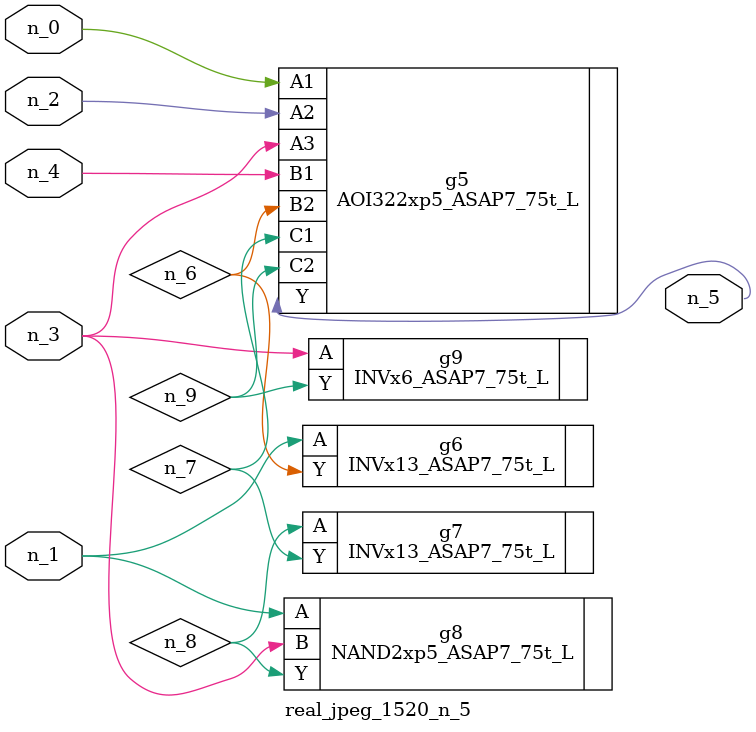
<source format=v>
module real_jpeg_1520_n_5 (n_4, n_0, n_1, n_2, n_3, n_5);

input n_4;
input n_0;
input n_1;
input n_2;
input n_3;

output n_5;

wire n_8;
wire n_6;
wire n_7;
wire n_9;

AOI322xp5_ASAP7_75t_L g5 ( 
.A1(n_0),
.A2(n_2),
.A3(n_3),
.B1(n_4),
.B2(n_6),
.C1(n_7),
.C2(n_9),
.Y(n_5)
);

INVx13_ASAP7_75t_L g6 ( 
.A(n_1),
.Y(n_6)
);

NAND2xp5_ASAP7_75t_L g8 ( 
.A(n_1),
.B(n_3),
.Y(n_8)
);

INVx6_ASAP7_75t_L g9 ( 
.A(n_3),
.Y(n_9)
);

INVx13_ASAP7_75t_L g7 ( 
.A(n_8),
.Y(n_7)
);


endmodule
</source>
